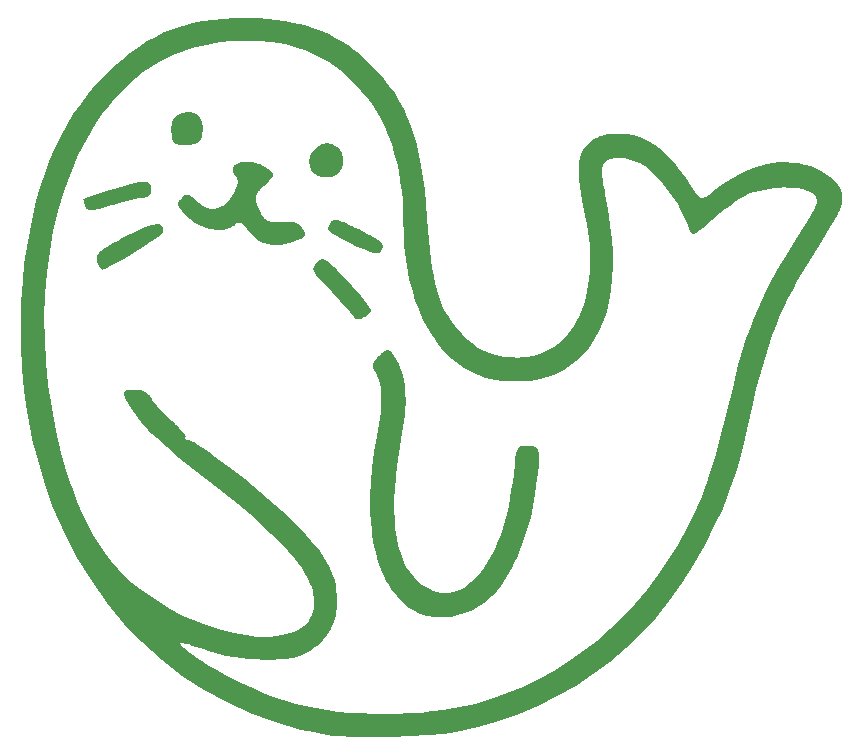
<source format=gbr>
%TF.GenerationSoftware,KiCad,Pcbnew,9.0.6*%
%TF.CreationDate,2025-12-18T11:45:50-05:00*%
%TF.ProjectId,seal_project,7365616c-5f70-4726-9f6a-6563742e6b69,rev?*%
%TF.SameCoordinates,Original*%
%TF.FileFunction,Legend,Top*%
%TF.FilePolarity,Positive*%
%FSLAX46Y46*%
G04 Gerber Fmt 4.6, Leading zero omitted, Abs format (unit mm)*
G04 Created by KiCad (PCBNEW 9.0.6) date 2025-12-18 11:45:50*
%MOMM*%
%LPD*%
G01*
G04 APERTURE LIST*
%ADD10C,0.000000*%
G04 APERTURE END LIST*
D10*
G36*
X143229172Y-72416465D02*
G01*
X143350128Y-72429583D01*
X143472044Y-72453578D01*
X143594511Y-72488868D01*
X143717119Y-72535868D01*
X143839460Y-72594996D01*
X143908101Y-72635179D01*
X143973186Y-72680178D01*
X144034682Y-72729719D01*
X144092555Y-72783524D01*
X144146775Y-72841316D01*
X144197307Y-72902819D01*
X144244120Y-72967755D01*
X144287180Y-73035849D01*
X144326457Y-73106824D01*
X144361915Y-73180403D01*
X144393525Y-73256309D01*
X144421252Y-73334265D01*
X144445064Y-73413996D01*
X144464929Y-73495223D01*
X144480814Y-73577671D01*
X144492686Y-73661063D01*
X144500514Y-73745123D01*
X144504264Y-73829572D01*
X144503904Y-73914136D01*
X144499401Y-73998536D01*
X144490723Y-74082497D01*
X144477837Y-74165742D01*
X144460711Y-74247994D01*
X144439312Y-74328976D01*
X144413607Y-74408412D01*
X144383565Y-74486025D01*
X144349152Y-74561538D01*
X144310336Y-74634675D01*
X144267085Y-74705159D01*
X144219365Y-74772713D01*
X144167145Y-74837061D01*
X144110391Y-74897925D01*
X144050260Y-74953963D01*
X143986567Y-75005585D01*
X143919594Y-75052821D01*
X143849624Y-75095702D01*
X143776939Y-75134258D01*
X143701823Y-75168519D01*
X143624556Y-75198517D01*
X143545423Y-75224280D01*
X143464705Y-75245841D01*
X143382684Y-75263228D01*
X143299644Y-75276473D01*
X143215868Y-75285606D01*
X143131636Y-75290657D01*
X143047232Y-75291656D01*
X142962939Y-75288635D01*
X142879038Y-75281623D01*
X142795813Y-75270651D01*
X142713546Y-75255750D01*
X142632519Y-75236949D01*
X142553016Y-75214279D01*
X142475317Y-75187770D01*
X142399707Y-75157453D01*
X142326467Y-75123359D01*
X142255880Y-75085517D01*
X142188228Y-75043959D01*
X142123794Y-74998713D01*
X142062861Y-74949812D01*
X142005711Y-74897285D01*
X141952626Y-74841162D01*
X141903889Y-74781475D01*
X141859782Y-74718252D01*
X141820589Y-74651526D01*
X141761030Y-74528446D01*
X141713474Y-74404994D01*
X141677512Y-74281586D01*
X141652735Y-74158639D01*
X141638734Y-74036571D01*
X141635100Y-73915796D01*
X141641424Y-73796734D01*
X141657297Y-73679799D01*
X141682309Y-73565408D01*
X141716053Y-73453978D01*
X141758118Y-73345927D01*
X141808096Y-73241670D01*
X141865578Y-73141623D01*
X141930154Y-73046205D01*
X142001417Y-72955831D01*
X142078956Y-72870918D01*
X142162362Y-72791883D01*
X142251228Y-72719142D01*
X142345143Y-72653112D01*
X142443699Y-72594209D01*
X142546487Y-72542851D01*
X142653097Y-72499454D01*
X142763121Y-72464435D01*
X142876149Y-72438209D01*
X142991773Y-72421195D01*
X143109583Y-72413808D01*
X143229172Y-72416465D01*
G37*
G36*
X131533494Y-69768755D02*
G01*
X131622802Y-69776719D01*
X131708925Y-69790260D01*
X131791763Y-69809301D01*
X131871219Y-69833770D01*
X131947194Y-69863590D01*
X132019589Y-69898687D01*
X132088307Y-69938987D01*
X132153249Y-69984413D01*
X132214317Y-70034892D01*
X132271412Y-70090349D01*
X132324436Y-70150709D01*
X132373292Y-70215896D01*
X132417880Y-70285837D01*
X132458102Y-70360456D01*
X132493860Y-70439679D01*
X132525055Y-70523430D01*
X132551590Y-70611635D01*
X132573366Y-70704219D01*
X132590285Y-70801108D01*
X132602248Y-70902226D01*
X132609157Y-71007498D01*
X132610914Y-71116850D01*
X132607420Y-71230208D01*
X132598577Y-71347495D01*
X132580781Y-71512237D01*
X132560364Y-71660211D01*
X132536374Y-71792408D01*
X132507858Y-71909820D01*
X132491605Y-71963292D01*
X132473864Y-72013438D01*
X132454515Y-72060384D01*
X132433439Y-72104254D01*
X132410518Y-72145170D01*
X132385631Y-72183258D01*
X132358661Y-72218641D01*
X132329488Y-72251443D01*
X132297993Y-72281787D01*
X132264056Y-72309799D01*
X132227560Y-72335601D01*
X132188384Y-72359318D01*
X132146410Y-72381074D01*
X132101518Y-72400992D01*
X132053590Y-72419197D01*
X132002507Y-72435812D01*
X131890398Y-72464769D01*
X131764238Y-72488855D01*
X131623074Y-72509060D01*
X131465955Y-72526377D01*
X131359964Y-72535383D01*
X131254483Y-72541673D01*
X131150163Y-72545320D01*
X131047655Y-72546397D01*
X130947612Y-72544977D01*
X130850683Y-72541132D01*
X130757520Y-72534934D01*
X130668774Y-72526457D01*
X130585096Y-72515772D01*
X130507137Y-72502952D01*
X130435549Y-72488070D01*
X130370983Y-72471198D01*
X130314089Y-72452409D01*
X130265519Y-72431775D01*
X130225924Y-72409369D01*
X130195955Y-72385264D01*
X130183559Y-72371599D01*
X130171321Y-72355595D01*
X130147377Y-72316879D01*
X130124248Y-72269737D01*
X130102058Y-72214792D01*
X130080931Y-72152663D01*
X130060990Y-72083974D01*
X130042360Y-72009345D01*
X130025164Y-71929399D01*
X130009527Y-71844756D01*
X129995573Y-71756038D01*
X129983425Y-71663867D01*
X129973208Y-71568865D01*
X129965046Y-71471652D01*
X129959062Y-71372851D01*
X129955381Y-71273082D01*
X129954126Y-71172969D01*
X129956685Y-71046509D01*
X129964473Y-70927712D01*
X129977658Y-70816303D01*
X129996407Y-70712005D01*
X130020885Y-70614543D01*
X130051262Y-70523641D01*
X130087702Y-70439023D01*
X130130374Y-70360414D01*
X130154100Y-70323277D01*
X130179445Y-70287538D01*
X130206432Y-70253164D01*
X130235081Y-70220119D01*
X130297450Y-70157882D01*
X130366718Y-70100550D01*
X130443053Y-70047847D01*
X130526621Y-69999500D01*
X130617590Y-69955230D01*
X130716127Y-69914763D01*
X130827384Y-69875424D01*
X130936242Y-69842260D01*
X131042602Y-69815195D01*
X131146366Y-69794156D01*
X131247435Y-69779067D01*
X131345712Y-69769854D01*
X131441098Y-69766441D01*
X131533494Y-69768755D01*
G37*
G36*
X136434929Y-73949463D02*
G01*
X136575245Y-73959118D01*
X136718448Y-73976126D01*
X136863846Y-74000659D01*
X137010749Y-74032887D01*
X137158465Y-74072982D01*
X137306304Y-74121115D01*
X137453574Y-74177456D01*
X137599585Y-74242176D01*
X137743644Y-74315448D01*
X137885061Y-74397440D01*
X138023145Y-74488326D01*
X138158308Y-74583340D01*
X138275308Y-74667690D01*
X138374008Y-74743336D01*
X138416452Y-74778508D01*
X138454270Y-74812239D01*
X138487444Y-74844775D01*
X138515957Y-74876360D01*
X138539792Y-74907240D01*
X138558931Y-74937660D01*
X138573357Y-74967864D01*
X138583054Y-74998099D01*
X138588004Y-75028608D01*
X138588189Y-75059637D01*
X138583593Y-75091432D01*
X138574198Y-75124236D01*
X138559987Y-75158296D01*
X138540943Y-75193857D01*
X138517049Y-75231163D01*
X138488288Y-75270459D01*
X138454641Y-75311991D01*
X138416093Y-75356004D01*
X138324221Y-75452452D01*
X138212535Y-75561764D01*
X137929170Y-75826823D01*
X137756998Y-75988870D01*
X137606148Y-76137445D01*
X137476133Y-76274982D01*
X137418784Y-76340374D01*
X137366461Y-76403919D01*
X137319101Y-76465924D01*
X137276645Y-76526692D01*
X137239029Y-76586528D01*
X137206194Y-76645736D01*
X137178078Y-76704621D01*
X137154620Y-76763488D01*
X137135758Y-76822640D01*
X137121433Y-76882383D01*
X137111582Y-76943021D01*
X137106144Y-77004859D01*
X137105058Y-77068200D01*
X137108264Y-77133350D01*
X137115699Y-77200613D01*
X137127303Y-77270294D01*
X137143015Y-77342697D01*
X137162773Y-77418126D01*
X137186516Y-77496887D01*
X137214184Y-77579283D01*
X137281046Y-77756200D01*
X137362871Y-77951313D01*
X137459169Y-78167060D01*
X137532711Y-78321099D01*
X137569426Y-78391750D01*
X137606455Y-78458285D01*
X137644058Y-78520801D01*
X137682500Y-78579393D01*
X137722042Y-78634159D01*
X137762946Y-78685196D01*
X137805476Y-78732599D01*
X137849894Y-78776467D01*
X137896461Y-78816894D01*
X137945442Y-78853979D01*
X137997097Y-78887818D01*
X138051691Y-78918507D01*
X138109484Y-78946143D01*
X138170740Y-78970824D01*
X138235721Y-78992644D01*
X138304689Y-79011702D01*
X138377907Y-79028094D01*
X138455638Y-79041916D01*
X138538144Y-79053266D01*
X138625688Y-79062239D01*
X138718531Y-79068934D01*
X138816936Y-79073445D01*
X138921167Y-79075871D01*
X139031485Y-79076307D01*
X139271432Y-79071598D01*
X139538878Y-79060092D01*
X139835924Y-79042563D01*
X139946055Y-79038177D01*
X140052244Y-79039555D01*
X140154446Y-79046677D01*
X140252621Y-79059521D01*
X140346724Y-79078068D01*
X140436714Y-79102297D01*
X140522548Y-79132188D01*
X140604184Y-79167720D01*
X140681579Y-79208872D01*
X140754690Y-79255624D01*
X140823475Y-79307955D01*
X140887892Y-79365846D01*
X140947897Y-79429274D01*
X141003449Y-79498221D01*
X141054505Y-79572666D01*
X141101022Y-79652587D01*
X141154337Y-79756235D01*
X141197561Y-79850466D01*
X141215196Y-79894335D01*
X141230077Y-79936192D01*
X141242127Y-79976151D01*
X141251268Y-80014325D01*
X141257423Y-80050828D01*
X141260516Y-80085776D01*
X141260468Y-80119281D01*
X141257203Y-80151457D01*
X141250643Y-80182420D01*
X141240712Y-80212281D01*
X141227331Y-80241157D01*
X141210424Y-80269160D01*
X141189914Y-80296404D01*
X141165724Y-80323004D01*
X141137776Y-80349073D01*
X141105992Y-80374727D01*
X141070297Y-80400077D01*
X141030612Y-80425239D01*
X140986861Y-80450327D01*
X140938966Y-80475454D01*
X140886850Y-80500734D01*
X140830436Y-80526282D01*
X140704404Y-80578636D01*
X140560254Y-80633428D01*
X140397367Y-80691569D01*
X140191555Y-80760850D01*
X139994858Y-80821862D01*
X139806463Y-80874648D01*
X139625559Y-80919251D01*
X139451334Y-80955713D01*
X139282976Y-80984079D01*
X139119674Y-81004390D01*
X138960614Y-81016690D01*
X138804986Y-81021021D01*
X138651978Y-81017426D01*
X138500777Y-81005949D01*
X138350572Y-80986632D01*
X138200550Y-80959518D01*
X138049901Y-80924650D01*
X137897812Y-80882071D01*
X137743471Y-80831824D01*
X137743459Y-80831824D01*
X137687809Y-80809238D01*
X137626064Y-80778220D01*
X137558870Y-80739316D01*
X137486874Y-80693072D01*
X137410721Y-80640037D01*
X137331056Y-80580757D01*
X137248528Y-80515780D01*
X137163780Y-80445652D01*
X137077459Y-80370920D01*
X136990212Y-80292131D01*
X136902683Y-80209833D01*
X136815520Y-80124573D01*
X136729368Y-80036897D01*
X136644873Y-79947352D01*
X136562681Y-79856486D01*
X136483438Y-79764846D01*
X136375896Y-79639794D01*
X136275938Y-79528673D01*
X136182925Y-79431226D01*
X136096218Y-79347191D01*
X136015177Y-79276310D01*
X135976582Y-79245721D01*
X135939165Y-79218323D01*
X135902844Y-79194085D01*
X135867542Y-79172972D01*
X135833176Y-79154954D01*
X135799669Y-79139997D01*
X135766939Y-79128069D01*
X135734908Y-79119138D01*
X135703494Y-79113172D01*
X135672619Y-79110137D01*
X135642202Y-79110002D01*
X135612164Y-79112734D01*
X135582425Y-79118300D01*
X135552905Y-79126669D01*
X135523523Y-79137808D01*
X135494201Y-79151684D01*
X135464858Y-79168266D01*
X135435415Y-79187520D01*
X135405791Y-79209414D01*
X135375907Y-79233916D01*
X135315038Y-79290614D01*
X135225344Y-79371977D01*
X135127921Y-79444792D01*
X135023237Y-79509171D01*
X134911756Y-79565230D01*
X134793944Y-79613080D01*
X134670267Y-79652837D01*
X134541190Y-79684614D01*
X134407179Y-79708524D01*
X134268700Y-79724680D01*
X134126218Y-79733198D01*
X133980199Y-79734190D01*
X133831108Y-79727771D01*
X133679411Y-79714053D01*
X133525574Y-79693150D01*
X133370063Y-79665177D01*
X133213342Y-79630246D01*
X132898136Y-79539968D01*
X132583682Y-79423225D01*
X132273703Y-79280927D01*
X132121557Y-79200479D01*
X131971926Y-79113983D01*
X131825278Y-79021553D01*
X131682076Y-78923302D01*
X131542787Y-78819345D01*
X131407876Y-78709795D01*
X131277810Y-78594765D01*
X131153053Y-78474370D01*
X131034071Y-78348722D01*
X130921331Y-78217936D01*
X130832434Y-78107791D01*
X130754935Y-78007157D01*
X130688742Y-77914997D01*
X130633765Y-77830276D01*
X130610453Y-77790382D01*
X130589912Y-77751958D01*
X130572128Y-77714876D01*
X130557092Y-77679006D01*
X130544791Y-77644219D01*
X130535214Y-77610385D01*
X130528350Y-77577375D01*
X130524187Y-77545059D01*
X130522714Y-77513307D01*
X130523920Y-77481991D01*
X130527793Y-77450980D01*
X130534322Y-77420145D01*
X130543495Y-77389358D01*
X130555301Y-77358487D01*
X130569729Y-77327404D01*
X130586767Y-77295979D01*
X130606403Y-77264083D01*
X130628628Y-77231586D01*
X130680793Y-77164271D01*
X130743171Y-77092999D01*
X130815671Y-77016734D01*
X130891117Y-76942442D01*
X130927025Y-76909436D01*
X130961917Y-76879231D01*
X130995937Y-76851858D01*
X131029232Y-76827350D01*
X131061945Y-76805738D01*
X131094222Y-76787054D01*
X131126209Y-76771328D01*
X131158050Y-76758592D01*
X131189890Y-76748878D01*
X131221874Y-76742217D01*
X131254149Y-76738641D01*
X131286857Y-76738180D01*
X131320146Y-76740868D01*
X131354159Y-76746734D01*
X131389042Y-76755811D01*
X131424940Y-76768131D01*
X131461998Y-76783723D01*
X131500362Y-76802621D01*
X131540176Y-76824855D01*
X131581585Y-76850456D01*
X131624734Y-76879458D01*
X131669769Y-76911890D01*
X131716835Y-76947784D01*
X131766077Y-76987172D01*
X131871668Y-77076555D01*
X131987703Y-77180292D01*
X132115343Y-77298632D01*
X132218405Y-77391790D01*
X132321503Y-77477693D01*
X132424575Y-77556353D01*
X132527564Y-77627782D01*
X132630410Y-77691990D01*
X132733053Y-77748988D01*
X132835435Y-77798788D01*
X132937497Y-77841400D01*
X133039180Y-77876834D01*
X133140423Y-77905104D01*
X133241169Y-77926218D01*
X133341358Y-77940189D01*
X133440931Y-77947027D01*
X133539828Y-77946744D01*
X133637991Y-77939349D01*
X133735360Y-77924855D01*
X133831877Y-77903273D01*
X133927481Y-77874613D01*
X134022115Y-77838886D01*
X134115719Y-77796103D01*
X134208233Y-77746276D01*
X134299599Y-77689415D01*
X134389757Y-77625532D01*
X134478648Y-77554637D01*
X134566214Y-77476741D01*
X134652394Y-77391856D01*
X134737131Y-77299992D01*
X134820363Y-77201161D01*
X134902034Y-77095373D01*
X134982083Y-76982640D01*
X135060451Y-76862972D01*
X135137079Y-76736380D01*
X135227096Y-76578782D01*
X135306524Y-76432887D01*
X135375493Y-76297842D01*
X135434132Y-76172798D01*
X135482569Y-76056904D01*
X135520935Y-75949308D01*
X135549359Y-75849159D01*
X135567969Y-75755607D01*
X135576895Y-75667801D01*
X135576266Y-75584889D01*
X135572409Y-75545003D01*
X135566211Y-75506021D01*
X135546860Y-75430345D01*
X135518342Y-75357011D01*
X135480786Y-75285168D01*
X135434320Y-75213965D01*
X135379076Y-75142550D01*
X135299125Y-75037281D01*
X135236575Y-74935774D01*
X135190733Y-74838200D01*
X135160909Y-74744732D01*
X135146412Y-74655539D01*
X135146550Y-74570792D01*
X135160633Y-74490663D01*
X135187968Y-74415323D01*
X135227866Y-74344942D01*
X135279635Y-74279691D01*
X135342584Y-74219743D01*
X135416022Y-74165267D01*
X135499257Y-74116434D01*
X135591599Y-74073416D01*
X135692357Y-74036384D01*
X135800839Y-74005508D01*
X135916355Y-73980960D01*
X136038213Y-73962910D01*
X136165722Y-73951530D01*
X136298191Y-73946991D01*
X136434929Y-73949463D01*
G37*
G36*
X143872168Y-78897418D02*
G01*
X143925461Y-78902343D01*
X143982427Y-78910636D01*
X144043232Y-78922337D01*
X144108040Y-78937489D01*
X144177018Y-78956133D01*
X144250331Y-78978311D01*
X144328144Y-79004064D01*
X144410622Y-79033436D01*
X144497931Y-79066466D01*
X144590237Y-79103198D01*
X144790497Y-79187931D01*
X145012726Y-79287971D01*
X145258247Y-79403650D01*
X145528383Y-79535303D01*
X145824457Y-79683265D01*
X146524183Y-80042311D01*
X146810954Y-80195956D01*
X147058226Y-80335064D01*
X147267923Y-80461673D01*
X147441965Y-80577821D01*
X147582275Y-80685544D01*
X147690775Y-80786881D01*
X147733697Y-80835791D01*
X147769387Y-80883868D01*
X147798086Y-80931366D01*
X147820034Y-80978542D01*
X147835471Y-81025649D01*
X147844637Y-81072941D01*
X147847773Y-81120674D01*
X147845119Y-81169103D01*
X147836915Y-81218481D01*
X147823401Y-81269064D01*
X147781406Y-81374861D01*
X147721056Y-81488533D01*
X147644273Y-81612117D01*
X147626495Y-81635471D01*
X147605424Y-81656071D01*
X147581029Y-81673907D01*
X147553276Y-81688969D01*
X147522132Y-81701250D01*
X147487564Y-81710738D01*
X147449539Y-81717426D01*
X147408024Y-81721303D01*
X147362987Y-81722361D01*
X147314393Y-81720590D01*
X147262210Y-81715980D01*
X147206405Y-81708524D01*
X147146944Y-81698210D01*
X147083796Y-81685030D01*
X147016926Y-81668976D01*
X146946302Y-81650036D01*
X146793660Y-81603466D01*
X146625604Y-81545246D01*
X146441870Y-81475302D01*
X146242195Y-81393560D01*
X146026314Y-81299945D01*
X145793962Y-81194383D01*
X145544876Y-81076799D01*
X145278791Y-80947120D01*
X145278791Y-80947127D01*
X144541619Y-80579987D01*
X144243748Y-80427297D01*
X143989718Y-80291814D01*
X143777049Y-80171005D01*
X143603265Y-80062335D01*
X143465887Y-79963269D01*
X143362439Y-79871274D01*
X143322664Y-79827135D01*
X143290442Y-79783814D01*
X143265464Y-79740994D01*
X143247419Y-79698356D01*
X143235998Y-79655586D01*
X143230892Y-79612366D01*
X143231790Y-79568379D01*
X143238383Y-79523309D01*
X143267414Y-79428650D01*
X143315508Y-79325856D01*
X143380188Y-79212391D01*
X143458974Y-79085723D01*
X143481087Y-79053504D01*
X143504888Y-79024151D01*
X143530543Y-78997705D01*
X143558218Y-78974208D01*
X143588078Y-78953702D01*
X143620288Y-78936229D01*
X143655014Y-78921831D01*
X143692421Y-78910549D01*
X143732675Y-78902424D01*
X143775940Y-78897500D01*
X143822383Y-78895817D01*
X143872168Y-78897418D01*
G37*
G36*
X148310031Y-89918692D02*
G01*
X148354351Y-89928716D01*
X148398127Y-89944619D01*
X148441512Y-89966427D01*
X148484661Y-89994163D01*
X148527727Y-90027852D01*
X148570865Y-90067518D01*
X148614228Y-90113186D01*
X148657971Y-90164881D01*
X148702247Y-90222626D01*
X148747210Y-90286447D01*
X148793015Y-90356368D01*
X148839815Y-90432413D01*
X148937017Y-90602973D01*
X149040048Y-90798323D01*
X149193826Y-91119101D01*
X149329821Y-91446615D01*
X149448113Y-91782304D01*
X149548781Y-92127610D01*
X149631904Y-92483972D01*
X149697562Y-92852831D01*
X149745834Y-93235627D01*
X149776798Y-93633801D01*
X149790535Y-94048793D01*
X149787122Y-94482043D01*
X149766641Y-94934992D01*
X149729168Y-95409080D01*
X149674785Y-95905748D01*
X149603569Y-96426435D01*
X149515601Y-96972582D01*
X149410959Y-97545630D01*
X149215974Y-98638666D01*
X149059442Y-99690325D01*
X148941243Y-100699618D01*
X148861259Y-101665552D01*
X148819373Y-102587139D01*
X148815466Y-103463387D01*
X148849420Y-104293307D01*
X148921117Y-105075907D01*
X149030439Y-105810199D01*
X149177267Y-106495190D01*
X149361483Y-107129891D01*
X149582969Y-107713312D01*
X149841607Y-108244461D01*
X150137278Y-108722349D01*
X150469866Y-109145986D01*
X150839250Y-109514380D01*
X151164818Y-109777742D01*
X151492091Y-109998473D01*
X151820429Y-110177296D01*
X152149194Y-110314931D01*
X152477745Y-110412100D01*
X152805444Y-110469526D01*
X153131652Y-110487930D01*
X153455728Y-110468034D01*
X153777035Y-110410559D01*
X154094932Y-110316227D01*
X154408781Y-110185761D01*
X154717942Y-110019882D01*
X155021776Y-109819311D01*
X155319643Y-109584770D01*
X155610905Y-109316981D01*
X155894922Y-109016666D01*
X156171055Y-108684547D01*
X156438665Y-108321345D01*
X156697112Y-107927782D01*
X156945757Y-107504580D01*
X157183960Y-107052460D01*
X157411084Y-106572145D01*
X157626488Y-106064355D01*
X157829533Y-105529814D01*
X158019579Y-104969242D01*
X158195989Y-104383361D01*
X158358121Y-103772894D01*
X158505338Y-103138561D01*
X158636999Y-102481085D01*
X158752466Y-101801187D01*
X158851100Y-101099589D01*
X158932260Y-100377013D01*
X159011180Y-99602083D01*
X159047427Y-99287298D01*
X159083773Y-99016544D01*
X159121899Y-98786507D01*
X159163483Y-98593870D01*
X159210206Y-98435316D01*
X159263750Y-98307531D01*
X159293604Y-98254140D01*
X159325793Y-98207198D01*
X159360526Y-98166290D01*
X159398015Y-98131001D01*
X159438469Y-98100918D01*
X159482098Y-98075625D01*
X159529112Y-98054708D01*
X159579722Y-98037752D01*
X159692566Y-98014068D01*
X159822310Y-98001257D01*
X160139223Y-97994986D01*
X160241541Y-97996098D01*
X160337668Y-97999810D01*
X160427689Y-98006685D01*
X160511692Y-98017289D01*
X160589763Y-98032183D01*
X160661988Y-98051934D01*
X160728454Y-98077104D01*
X160789246Y-98108257D01*
X160844453Y-98145958D01*
X160894159Y-98190771D01*
X160938452Y-98243259D01*
X160977418Y-98303986D01*
X161011143Y-98373517D01*
X161039714Y-98452414D01*
X161063218Y-98541243D01*
X161081740Y-98640568D01*
X161095367Y-98750951D01*
X161104187Y-98872957D01*
X161108284Y-99007151D01*
X161107746Y-99154095D01*
X161102660Y-99314354D01*
X161093110Y-99488493D01*
X161079185Y-99677074D01*
X161060970Y-99880662D01*
X161038552Y-100099821D01*
X161012018Y-100335114D01*
X160946945Y-100856361D01*
X160866443Y-101448914D01*
X160771204Y-102117286D01*
X160689301Y-102636182D01*
X160594293Y-103151788D01*
X160486451Y-103663360D01*
X160366045Y-104170153D01*
X160233348Y-104671424D01*
X160088629Y-105166429D01*
X159932161Y-105654425D01*
X159764214Y-106134668D01*
X159585060Y-106606414D01*
X159394969Y-107068919D01*
X159194213Y-107521440D01*
X158983064Y-107963232D01*
X158761791Y-108393552D01*
X158530667Y-108811657D01*
X158289963Y-109216802D01*
X158039949Y-109608245D01*
X157869402Y-109853361D01*
X157689073Y-110088957D01*
X157499502Y-110314867D01*
X157301231Y-110530930D01*
X157094800Y-110736980D01*
X156880750Y-110932853D01*
X156659622Y-111118387D01*
X156431958Y-111293418D01*
X156198298Y-111457781D01*
X155959182Y-111611313D01*
X155715153Y-111753850D01*
X155466751Y-111885228D01*
X155214517Y-112005284D01*
X154958991Y-112113853D01*
X154700715Y-112210773D01*
X154440230Y-112295878D01*
X154178077Y-112369006D01*
X153914797Y-112429993D01*
X153650930Y-112478674D01*
X153387017Y-112514887D01*
X153123600Y-112538467D01*
X152861220Y-112549251D01*
X152600416Y-112547074D01*
X152341732Y-112531773D01*
X152085706Y-112503185D01*
X151832881Y-112461145D01*
X151583797Y-112405489D01*
X151338995Y-112336055D01*
X151099016Y-112252677D01*
X150864401Y-112155193D01*
X150635691Y-112043439D01*
X150413427Y-111917250D01*
X150413419Y-111917250D01*
X150109871Y-111718333D01*
X149819214Y-111499812D01*
X149541508Y-111261966D01*
X149276810Y-111005076D01*
X149025177Y-110729421D01*
X148786669Y-110435283D01*
X148561341Y-110122940D01*
X148349252Y-109792673D01*
X148150461Y-109444762D01*
X147965024Y-109079487D01*
X147792999Y-108697129D01*
X147634445Y-108297966D01*
X147489418Y-107882280D01*
X147357977Y-107450350D01*
X147240180Y-107002457D01*
X147136084Y-106538880D01*
X147045747Y-106059900D01*
X146969227Y-105565796D01*
X146906581Y-105056849D01*
X146857868Y-104533339D01*
X146802470Y-103443749D01*
X146803494Y-102299267D01*
X146861404Y-101102134D01*
X146976660Y-99854590D01*
X147149726Y-98558875D01*
X147381063Y-97217231D01*
X147478049Y-96684200D01*
X147560176Y-96177595D01*
X147627428Y-95697020D01*
X147679787Y-95242081D01*
X147717237Y-94812383D01*
X147739760Y-94407530D01*
X147747340Y-94027128D01*
X147739958Y-93670781D01*
X147717599Y-93338096D01*
X147680246Y-93028677D01*
X147627880Y-92742130D01*
X147560486Y-92478059D01*
X147478045Y-92236069D01*
X147380542Y-92015766D01*
X147267959Y-91816755D01*
X147140279Y-91638640D01*
X147118168Y-91609989D01*
X147097946Y-91581230D01*
X147079621Y-91552337D01*
X147063199Y-91523283D01*
X147048687Y-91494043D01*
X147036089Y-91464589D01*
X147025413Y-91434897D01*
X147016664Y-91404939D01*
X147009850Y-91374689D01*
X147004976Y-91344121D01*
X147002048Y-91313208D01*
X147001073Y-91281925D01*
X147002056Y-91250245D01*
X147005005Y-91218142D01*
X147009925Y-91185589D01*
X147016822Y-91152561D01*
X147025704Y-91119031D01*
X147036575Y-91084972D01*
X147049442Y-91050359D01*
X147064312Y-91015165D01*
X147081191Y-90979364D01*
X147100085Y-90942929D01*
X147120999Y-90905835D01*
X147143941Y-90868055D01*
X147168917Y-90829563D01*
X147195932Y-90790333D01*
X147256107Y-90709551D01*
X147324516Y-90625500D01*
X147401208Y-90537970D01*
X147546147Y-90382014D01*
X147679669Y-90248108D01*
X147742534Y-90189485D01*
X147803006Y-90136448D01*
X147861240Y-90089022D01*
X147917390Y-90047230D01*
X147971609Y-90011098D01*
X148024052Y-89980650D01*
X148074873Y-89955910D01*
X148124225Y-89936903D01*
X148172263Y-89923653D01*
X148219141Y-89916185D01*
X148265012Y-89914523D01*
X148310031Y-89918692D01*
G37*
G36*
X128871211Y-79249884D02*
G01*
X128935289Y-79261577D01*
X128993264Y-79279284D01*
X129045305Y-79302988D01*
X129091584Y-79332669D01*
X129132269Y-79368308D01*
X129167531Y-79409887D01*
X129197539Y-79457388D01*
X129222465Y-79510792D01*
X129242478Y-79570080D01*
X129268443Y-79706235D01*
X129276796Y-79865702D01*
X129263549Y-79906955D01*
X129224861Y-79961877D01*
X129077494Y-80108804D01*
X128847345Y-80298623D01*
X128547070Y-80523475D01*
X128189322Y-80775502D01*
X127786752Y-81046845D01*
X126897766Y-81616041D01*
X125981336Y-82168192D01*
X125138689Y-82640427D01*
X124776668Y-82826929D01*
X124471051Y-82969874D01*
X124234494Y-83061405D01*
X124146066Y-83085433D01*
X124079649Y-83093661D01*
X124071738Y-83092957D01*
X124063393Y-83090867D01*
X124054636Y-83087426D01*
X124045489Y-83082669D01*
X124035976Y-83076630D01*
X124026120Y-83069343D01*
X124015942Y-83060843D01*
X124005467Y-83051165D01*
X123994717Y-83040343D01*
X123983714Y-83028411D01*
X123972481Y-83015405D01*
X123961042Y-83001358D01*
X123937633Y-82970281D01*
X123913672Y-82935457D01*
X123889338Y-82897162D01*
X123864816Y-82855672D01*
X123840287Y-82811263D01*
X123815934Y-82764211D01*
X123791939Y-82714793D01*
X123768485Y-82663284D01*
X123745754Y-82609960D01*
X123723928Y-82555098D01*
X123696722Y-82481145D01*
X123673265Y-82410113D01*
X123653871Y-82341711D01*
X123638853Y-82275650D01*
X123628525Y-82211638D01*
X123623201Y-82149384D01*
X123623193Y-82088597D01*
X123628816Y-82028987D01*
X123640383Y-81970263D01*
X123658207Y-81912135D01*
X123682603Y-81854310D01*
X123713882Y-81796499D01*
X123752360Y-81738410D01*
X123798349Y-81679753D01*
X123852163Y-81620238D01*
X123914115Y-81559572D01*
X123984520Y-81497466D01*
X124063690Y-81433628D01*
X124151939Y-81367768D01*
X124249581Y-81299595D01*
X124356928Y-81228818D01*
X124474295Y-81155146D01*
X124601996Y-81078289D01*
X124740343Y-80997956D01*
X125050230Y-80825697D01*
X125406466Y-80636042D01*
X125811558Y-80426667D01*
X126268014Y-80195243D01*
X126683361Y-79989369D01*
X127062054Y-79808895D01*
X127405454Y-79653670D01*
X127714921Y-79523546D01*
X127991815Y-79418374D01*
X128237496Y-79338004D01*
X128453324Y-79282289D01*
X128640658Y-79251078D01*
X128800860Y-79244224D01*
X128871211Y-79249884D01*
G37*
G36*
X137385679Y-61835551D02*
G01*
X138133236Y-61885375D01*
X138854487Y-61958915D01*
X139550610Y-62056660D01*
X140222783Y-62179097D01*
X140872187Y-62326714D01*
X141500000Y-62500000D01*
X142107401Y-62699441D01*
X142695568Y-62925526D01*
X143265680Y-63178743D01*
X143818917Y-63459579D01*
X144356458Y-63768522D01*
X144879480Y-64106060D01*
X145389164Y-64472682D01*
X145886687Y-64868874D01*
X146373229Y-65295124D01*
X146849969Y-65751921D01*
X147414089Y-66340783D01*
X147934888Y-66937725D01*
X148414042Y-67547297D01*
X148853228Y-68174048D01*
X149254120Y-68822528D01*
X149618394Y-69497285D01*
X149947727Y-70202870D01*
X150243793Y-70943831D01*
X150508268Y-71724718D01*
X150742829Y-72550080D01*
X150949150Y-73424467D01*
X151128907Y-74352427D01*
X151283776Y-75338511D01*
X151415433Y-76387268D01*
X151525553Y-77503247D01*
X151615812Y-78690997D01*
X151764987Y-80599700D01*
X151851413Y-81449602D01*
X151947323Y-82235595D01*
X152053910Y-82961973D01*
X152172368Y-83633031D01*
X152303893Y-84253062D01*
X152449677Y-84826360D01*
X152610915Y-85357219D01*
X152788800Y-85849933D01*
X152984526Y-86308794D01*
X153199288Y-86738098D01*
X153434280Y-87142138D01*
X153690694Y-87525208D01*
X153969726Y-87891601D01*
X154272569Y-88245612D01*
X154551711Y-88544272D01*
X154829677Y-88819740D01*
X155107640Y-89072558D01*
X155386774Y-89303267D01*
X155668251Y-89512408D01*
X155953245Y-89700524D01*
X156242929Y-89868154D01*
X156538477Y-90015841D01*
X156841061Y-90144125D01*
X157151855Y-90253549D01*
X157472032Y-90344653D01*
X157802766Y-90417979D01*
X158145230Y-90474067D01*
X158500596Y-90513461D01*
X158870039Y-90536700D01*
X159254732Y-90544326D01*
X159692494Y-90529501D01*
X160116527Y-90485429D01*
X160526539Y-90412717D01*
X160922239Y-90311969D01*
X161303337Y-90183792D01*
X161669540Y-90028791D01*
X162020558Y-89847570D01*
X162356101Y-89640737D01*
X162675877Y-89408897D01*
X162979595Y-89152654D01*
X163266965Y-88872616D01*
X163537695Y-88569386D01*
X163791494Y-88243571D01*
X164028071Y-87895777D01*
X164247136Y-87526608D01*
X164448397Y-87136671D01*
X164631564Y-86726571D01*
X164796345Y-86296913D01*
X164942449Y-85848304D01*
X165069586Y-85381348D01*
X165177464Y-84896651D01*
X165265793Y-84394820D01*
X165334281Y-83876458D01*
X165382638Y-83342173D01*
X165410573Y-82792569D01*
X165417794Y-82228252D01*
X165404010Y-81649828D01*
X165368932Y-81057902D01*
X165312267Y-80453079D01*
X165233724Y-79835966D01*
X165133013Y-79207168D01*
X165009843Y-78567290D01*
X164738116Y-77184831D01*
X164634383Y-76581881D01*
X164552311Y-76033002D01*
X164492081Y-75534608D01*
X164453874Y-75083113D01*
X164437871Y-74674931D01*
X164444252Y-74306475D01*
X164473197Y-73974160D01*
X164524889Y-73674400D01*
X164599507Y-73403607D01*
X164697233Y-73158196D01*
X164818247Y-72934581D01*
X164962729Y-72729176D01*
X165130861Y-72538394D01*
X165322824Y-72358649D01*
X165448499Y-72254835D01*
X165574588Y-72159536D01*
X165701900Y-72072501D01*
X165831241Y-71993479D01*
X165963421Y-71922220D01*
X166099248Y-71858474D01*
X166239530Y-71801988D01*
X166385074Y-71752513D01*
X166536690Y-71709797D01*
X166695185Y-71673591D01*
X166861369Y-71643642D01*
X167036047Y-71619702D01*
X167220030Y-71601517D01*
X167414126Y-71588839D01*
X167619141Y-71581416D01*
X167835886Y-71578997D01*
X168237666Y-71593629D01*
X168632776Y-71637560D01*
X169021294Y-71710840D01*
X169403297Y-71813522D01*
X169778863Y-71945658D01*
X170148069Y-72107299D01*
X170510994Y-72298497D01*
X170867714Y-72519303D01*
X171218308Y-72769770D01*
X171562853Y-73049949D01*
X171901427Y-73359892D01*
X172234106Y-73699651D01*
X172560970Y-74069276D01*
X172882095Y-74468821D01*
X173197559Y-74898337D01*
X173507440Y-75357875D01*
X173930206Y-76006365D01*
X174105248Y-76265486D01*
X174260581Y-76483388D01*
X174399594Y-76661720D01*
X174464040Y-76736563D01*
X174525676Y-76802131D01*
X174584927Y-76858630D01*
X174642215Y-76906268D01*
X174697965Y-76945249D01*
X174752600Y-76975780D01*
X174806544Y-76998067D01*
X174860220Y-77012316D01*
X174914051Y-77018733D01*
X174968462Y-77017524D01*
X175023876Y-77008895D01*
X175080717Y-76993052D01*
X175139408Y-76970202D01*
X175200372Y-76940550D01*
X175330816Y-76861664D01*
X175475439Y-76758044D01*
X175820772Y-76483195D01*
X176377240Y-76052711D01*
X176937335Y-75662607D01*
X177500038Y-75313106D01*
X178064331Y-75004431D01*
X178629195Y-74736803D01*
X179193613Y-74510446D01*
X179756566Y-74325583D01*
X180317035Y-74182435D01*
X180874004Y-74081227D01*
X181426452Y-74022179D01*
X181973363Y-74005516D01*
X182513718Y-74031459D01*
X183046498Y-74100232D01*
X183570686Y-74212057D01*
X184085264Y-74367156D01*
X184589212Y-74565753D01*
X184924047Y-74723186D01*
X185230567Y-74886807D01*
X185373236Y-74970984D01*
X185508861Y-75056764D01*
X185637450Y-75144164D01*
X185759017Y-75233203D01*
X185873571Y-75323899D01*
X185981123Y-75416272D01*
X186081686Y-75510339D01*
X186175270Y-75606119D01*
X186261885Y-75703630D01*
X186341544Y-75802891D01*
X186414257Y-75903921D01*
X186480035Y-76006737D01*
X186538890Y-76111357D01*
X186590832Y-76217802D01*
X186635872Y-76326088D01*
X186674022Y-76436235D01*
X186705293Y-76548260D01*
X186729695Y-76662183D01*
X186747240Y-76778022D01*
X186757939Y-76895794D01*
X186761803Y-77015519D01*
X186758843Y-77137215D01*
X186749069Y-77260901D01*
X186732494Y-77386594D01*
X186709129Y-77514314D01*
X186678983Y-77644079D01*
X186642069Y-77775906D01*
X186598398Y-77909816D01*
X186553489Y-78024322D01*
X186488954Y-78167424D01*
X186305906Y-78531024D01*
X186059048Y-78983844D01*
X185758174Y-79509110D01*
X185413081Y-80090050D01*
X185033561Y-80709891D01*
X184629409Y-81351861D01*
X184210420Y-81999186D01*
X183763522Y-82696466D01*
X183338429Y-83394476D01*
X182934282Y-84095351D01*
X182550219Y-84801227D01*
X182185378Y-85514238D01*
X181838900Y-86236520D01*
X181509923Y-86970208D01*
X181197587Y-87717437D01*
X180901029Y-88480343D01*
X180619389Y-89261061D01*
X180351807Y-90061726D01*
X180097421Y-90884474D01*
X179855370Y-91731439D01*
X179624794Y-92604758D01*
X179404831Y-93506564D01*
X179194620Y-94438994D01*
X178797062Y-96230951D01*
X178433477Y-97766834D01*
X178087008Y-99100834D01*
X177740796Y-100287141D01*
X177377982Y-101379944D01*
X176981708Y-102433434D01*
X176535117Y-103501801D01*
X176021348Y-104639235D01*
X175153298Y-106386514D01*
X174211207Y-108052809D01*
X173196518Y-109636967D01*
X172110669Y-111137836D01*
X170955101Y-112554261D01*
X169731254Y-113885089D01*
X168440569Y-115129166D01*
X167084487Y-116285339D01*
X165664446Y-117352455D01*
X164181888Y-118329360D01*
X162638253Y-119214900D01*
X161034981Y-120007923D01*
X159373512Y-120707274D01*
X157655288Y-121311800D01*
X155881747Y-121820348D01*
X154054330Y-122231765D01*
X153581782Y-122311356D01*
X153021980Y-122383870D01*
X151691606Y-122506462D01*
X150165195Y-122597143D01*
X148544735Y-122653515D01*
X146932210Y-122673178D01*
X145429609Y-122653735D01*
X144138917Y-122592787D01*
X143604909Y-122546000D01*
X143162122Y-122487937D01*
X143162126Y-122487937D01*
X142030978Y-122282514D01*
X140917349Y-122036743D01*
X138744910Y-121426343D01*
X136649345Y-120661120D01*
X134635188Y-119745456D01*
X132706972Y-118683735D01*
X130869234Y-117480338D01*
X129126506Y-116139648D01*
X127483323Y-114666047D01*
X125944219Y-113063918D01*
X124513730Y-111337644D01*
X123196388Y-109491606D01*
X121996729Y-107530188D01*
X120919287Y-105457772D01*
X119968596Y-103278741D01*
X119149190Y-100997476D01*
X118465604Y-98618361D01*
X118262410Y-97770691D01*
X118076041Y-96901185D01*
X117754677Y-95108489D01*
X117503315Y-93263917D01*
X117323753Y-91391113D01*
X117217792Y-89513719D01*
X117187232Y-87655381D01*
X117201070Y-87116711D01*
X119209634Y-87116711D01*
X119230059Y-89022522D01*
X119336994Y-90944214D01*
X119531288Y-92873698D01*
X119813792Y-94802884D01*
X120185352Y-96723683D01*
X120646820Y-98628005D01*
X120977990Y-99807097D01*
X121323156Y-100918657D01*
X121684406Y-101965907D01*
X122063831Y-102952071D01*
X122463521Y-103880372D01*
X122885566Y-104754035D01*
X123332058Y-105576282D01*
X123805084Y-106350337D01*
X124306738Y-107079423D01*
X124839107Y-107766765D01*
X125404282Y-108415585D01*
X126004355Y-109029107D01*
X126641414Y-109610555D01*
X127317550Y-110163151D01*
X128034854Y-110690121D01*
X128795415Y-111194686D01*
X129872244Y-111831602D01*
X130961781Y-112393992D01*
X132054014Y-112881190D01*
X133138926Y-113292530D01*
X134206505Y-113627346D01*
X135246734Y-113884971D01*
X136249600Y-114064740D01*
X137205088Y-114165986D01*
X138103183Y-114188043D01*
X138933871Y-114130244D01*
X139687137Y-113991925D01*
X140031607Y-113892361D01*
X140352966Y-113772417D01*
X140649962Y-113632010D01*
X140921344Y-113471056D01*
X141165859Y-113289473D01*
X141382256Y-113087176D01*
X141569283Y-112864082D01*
X141725688Y-112620109D01*
X141850219Y-112355172D01*
X141941625Y-112069190D01*
X141993734Y-111823655D01*
X142027383Y-111574949D01*
X142042318Y-111322754D01*
X142038285Y-111066749D01*
X142015030Y-110806615D01*
X141972299Y-110542032D01*
X141909838Y-110272680D01*
X141827394Y-109998240D01*
X141724712Y-109718391D01*
X141601538Y-109432815D01*
X141457619Y-109141191D01*
X141292701Y-108843199D01*
X141106529Y-108538520D01*
X140898850Y-108226834D01*
X140669410Y-107907822D01*
X140417954Y-107581163D01*
X140144230Y-107246538D01*
X139847983Y-106903628D01*
X139186904Y-106191670D01*
X138432687Y-105442732D01*
X137583299Y-104654256D01*
X136636709Y-103823685D01*
X135590887Y-102948459D01*
X134443800Y-102026023D01*
X133193418Y-101053817D01*
X131806966Y-99977201D01*
X130613524Y-99017356D01*
X129595364Y-98157623D01*
X128734758Y-97381346D01*
X128357997Y-97019298D01*
X128013975Y-96671867D01*
X127700478Y-96336972D01*
X127415288Y-96012531D01*
X127156189Y-95696460D01*
X126920966Y-95386679D01*
X126707401Y-95081105D01*
X126513280Y-94777655D01*
X126367488Y-94535965D01*
X126242532Y-94320911D01*
X126138793Y-94130970D01*
X126056651Y-93964618D01*
X126023798Y-93889812D01*
X125996487Y-93820332D01*
X125974767Y-93755986D01*
X125958683Y-93696586D01*
X125948285Y-93641940D01*
X125943620Y-93591858D01*
X125944735Y-93546149D01*
X125951677Y-93504623D01*
X125964496Y-93467090D01*
X125983237Y-93433358D01*
X126007949Y-93403238D01*
X126038680Y-93376540D01*
X126075476Y-93353071D01*
X126118386Y-93332643D01*
X126167458Y-93315064D01*
X126222738Y-93300144D01*
X126284274Y-93287693D01*
X126352115Y-93277520D01*
X126506898Y-93263247D01*
X126687469Y-93255801D01*
X126894208Y-93253657D01*
X127021740Y-93256406D01*
X127143193Y-93264714D01*
X127258737Y-93278672D01*
X127368538Y-93298371D01*
X127472764Y-93323901D01*
X127571583Y-93355354D01*
X127665164Y-93392821D01*
X127753673Y-93436393D01*
X127837278Y-93486161D01*
X127916148Y-93542215D01*
X127990450Y-93604647D01*
X128060352Y-93673548D01*
X128126021Y-93749008D01*
X128187626Y-93831120D01*
X128245335Y-93919972D01*
X128299314Y-94015658D01*
X128346944Y-94099139D01*
X128406539Y-94191774D01*
X128477225Y-94292591D01*
X128558125Y-94400623D01*
X128648363Y-94514899D01*
X128747066Y-94634450D01*
X128853356Y-94758306D01*
X128966359Y-94885498D01*
X129085198Y-95015056D01*
X129208999Y-95146011D01*
X129336886Y-95277393D01*
X129467984Y-95408233D01*
X129601416Y-95537560D01*
X129736308Y-95664406D01*
X129871783Y-95787801D01*
X130006967Y-95906775D01*
X130139257Y-96023112D01*
X130266241Y-96138769D01*
X130387329Y-96253039D01*
X130501932Y-96365213D01*
X130609460Y-96474580D01*
X130709325Y-96580433D01*
X130800936Y-96682063D01*
X130883704Y-96778759D01*
X130957039Y-96869813D01*
X131020352Y-96954517D01*
X131073054Y-97032160D01*
X131114555Y-97102035D01*
X131144266Y-97163432D01*
X131161596Y-97215642D01*
X131165434Y-97238080D01*
X131165957Y-97257955D01*
X131163090Y-97275180D01*
X131156759Y-97289664D01*
X131149279Y-97302672D01*
X131143003Y-97315515D01*
X131137913Y-97328176D01*
X131133992Y-97340641D01*
X131131222Y-97352891D01*
X131129586Y-97364912D01*
X131129067Y-97376686D01*
X131129648Y-97388197D01*
X131131310Y-97399430D01*
X131134037Y-97410368D01*
X131137810Y-97420995D01*
X131142614Y-97431294D01*
X131148429Y-97441249D01*
X131155240Y-97450844D01*
X131163028Y-97460062D01*
X131171776Y-97468888D01*
X131181467Y-97477305D01*
X131192084Y-97485297D01*
X131203608Y-97492847D01*
X131216023Y-97499940D01*
X131229311Y-97506559D01*
X131243454Y-97512687D01*
X131258436Y-97518310D01*
X131274240Y-97523409D01*
X131290846Y-97527969D01*
X131308239Y-97531974D01*
X131326401Y-97535408D01*
X131345314Y-97538253D01*
X131364961Y-97540495D01*
X131385325Y-97542116D01*
X131406388Y-97543101D01*
X131428133Y-97543433D01*
X131497726Y-97554794D01*
X131592369Y-97588235D01*
X131851804Y-97717489D01*
X132196431Y-97923469D01*
X132616247Y-98198450D01*
X133101246Y-98534705D01*
X133641424Y-98924508D01*
X134847296Y-99833854D01*
X136153824Y-100864680D01*
X137480971Y-101955176D01*
X138748698Y-103043535D01*
X139335267Y-103567597D01*
X139876966Y-104067946D01*
X140423565Y-104592560D01*
X140925393Y-105095304D01*
X141383761Y-105578423D01*
X141799982Y-106044161D01*
X142175368Y-106494760D01*
X142511229Y-106932465D01*
X142808878Y-107359520D01*
X143069627Y-107778168D01*
X143294787Y-108190652D01*
X143485669Y-108599217D01*
X143643586Y-109006105D01*
X143769850Y-109413562D01*
X143865771Y-109823830D01*
X143932663Y-110239153D01*
X143971835Y-110661775D01*
X143984602Y-111093940D01*
X143977490Y-111446183D01*
X143955649Y-111780814D01*
X143918315Y-112099260D01*
X143864726Y-112402948D01*
X143794120Y-112693304D01*
X143705737Y-112971755D01*
X143598812Y-113239729D01*
X143472585Y-113498651D01*
X143326293Y-113749949D01*
X143159174Y-113995050D01*
X142970466Y-114235380D01*
X142759408Y-114472365D01*
X142525236Y-114707434D01*
X142267190Y-114942012D01*
X141984506Y-115177526D01*
X141676424Y-115415404D01*
X141542838Y-115504883D01*
X141390717Y-115588282D01*
X141221001Y-115665612D01*
X141034625Y-115736884D01*
X140615653Y-115861293D01*
X140141305Y-115961594D01*
X139619088Y-116037873D01*
X139056507Y-116090214D01*
X138461068Y-116118702D01*
X137840276Y-116123422D01*
X137201636Y-116104459D01*
X136552654Y-116061897D01*
X135900836Y-115995822D01*
X135253687Y-115906318D01*
X134618712Y-115793470D01*
X134003418Y-115657363D01*
X133415308Y-115498082D01*
X132861890Y-115315711D01*
X132457039Y-115172023D01*
X132074497Y-115042826D01*
X131722982Y-114930601D01*
X131411215Y-114837828D01*
X131147915Y-114766990D01*
X130941801Y-114720567D01*
X130862914Y-114707287D01*
X130801593Y-114701040D01*
X130758928Y-114702138D01*
X130736009Y-114710891D01*
X130720599Y-114738985D01*
X130721541Y-114775497D01*
X130738292Y-114820064D01*
X130770310Y-114872325D01*
X130817052Y-114931920D01*
X130877977Y-114998486D01*
X131040203Y-115151089D01*
X131252650Y-115327244D01*
X131510979Y-115524061D01*
X131810850Y-115738650D01*
X132147926Y-115968121D01*
X132517866Y-116209584D01*
X132916333Y-116460149D01*
X133338987Y-116716925D01*
X133781490Y-116977022D01*
X134239503Y-117237552D01*
X134708686Y-117495622D01*
X135184701Y-117748344D01*
X135663209Y-117992827D01*
X136238471Y-118270029D01*
X136860916Y-118550829D01*
X137510790Y-118827496D01*
X138168334Y-119092297D01*
X138813791Y-119337500D01*
X139427407Y-119555371D01*
X139989422Y-119738178D01*
X140480081Y-119878188D01*
X141327668Y-120078344D01*
X142215744Y-120251641D01*
X143138480Y-120398087D01*
X144090045Y-120517688D01*
X145064610Y-120610451D01*
X146056345Y-120676381D01*
X147059419Y-120715485D01*
X148068004Y-120727771D01*
X149076268Y-120713243D01*
X150078382Y-120671909D01*
X151068516Y-120603775D01*
X152040840Y-120508848D01*
X152989524Y-120387134D01*
X153908739Y-120238639D01*
X154792654Y-120063371D01*
X155635438Y-119861335D01*
X157033115Y-119451552D01*
X158404540Y-118964039D01*
X159747498Y-118400625D01*
X161059776Y-117763141D01*
X162339159Y-117053417D01*
X163583435Y-116273283D01*
X164790388Y-115424571D01*
X165957805Y-114509109D01*
X167083472Y-113528730D01*
X168165176Y-112485262D01*
X169200701Y-111380537D01*
X170187834Y-110216385D01*
X171124362Y-108994636D01*
X172008070Y-107717120D01*
X172836744Y-106385669D01*
X173608171Y-105002112D01*
X173882079Y-104470944D01*
X174141160Y-103943971D01*
X174387696Y-103414190D01*
X174623966Y-102874594D01*
X174852253Y-102318181D01*
X175074836Y-101737944D01*
X175293996Y-101126880D01*
X175512015Y-100477985D01*
X175731172Y-99784252D01*
X175953749Y-99038679D01*
X176418284Y-97363991D01*
X176923866Y-95397885D01*
X177488740Y-93084323D01*
X177965755Y-91211722D01*
X178211476Y-90340066D01*
X178465132Y-89504215D01*
X178729068Y-88698703D01*
X179005630Y-87918061D01*
X179297161Y-87156823D01*
X179606007Y-86409520D01*
X179934512Y-85670686D01*
X180285022Y-84934852D01*
X180659881Y-84196552D01*
X181061433Y-83450317D01*
X181492024Y-82690681D01*
X181953999Y-81912175D01*
X182981477Y-80276686D01*
X183582867Y-79342388D01*
X184035252Y-78615628D01*
X184209626Y-78319513D01*
X184351618Y-78062609D01*
X184462851Y-77840690D01*
X184544949Y-77649532D01*
X184599535Y-77484910D01*
X184628231Y-77342600D01*
X184632661Y-77218376D01*
X184614448Y-77108014D01*
X184575215Y-77007288D01*
X184516585Y-76911975D01*
X184440182Y-76817850D01*
X184347627Y-76720687D01*
X184265607Y-76648160D01*
X184170010Y-76580548D01*
X184061570Y-76517842D01*
X183941018Y-76460032D01*
X183809089Y-76407109D01*
X183666515Y-76359064D01*
X183352362Y-76277571D01*
X183004424Y-76215481D01*
X182628563Y-76172719D01*
X182230643Y-76149214D01*
X181816528Y-76144891D01*
X181392079Y-76159677D01*
X180963161Y-76193500D01*
X180535637Y-76246286D01*
X180115370Y-76317962D01*
X179708222Y-76408454D01*
X179320058Y-76517691D01*
X178956740Y-76645598D01*
X178624132Y-76792102D01*
X178484861Y-76864371D01*
X178332735Y-76949682D01*
X178169256Y-77046952D01*
X177995926Y-77155096D01*
X177625722Y-77399672D01*
X177234138Y-77674737D01*
X176833193Y-77971620D01*
X176434902Y-78281649D01*
X176051283Y-78596151D01*
X175694353Y-78906455D01*
X175150148Y-79392919D01*
X174928503Y-79585495D01*
X174736539Y-79745039D01*
X174571283Y-79872106D01*
X174497743Y-79923634D01*
X174429766Y-79967250D01*
X174366982Y-80003024D01*
X174309019Y-80031026D01*
X174255505Y-80051323D01*
X174206070Y-80063987D01*
X174160343Y-80069085D01*
X174117952Y-80066688D01*
X174078525Y-80056864D01*
X174041692Y-80039683D01*
X174007081Y-80015214D01*
X173974322Y-79983527D01*
X173943042Y-79944691D01*
X173912871Y-79898775D01*
X173883438Y-79845847D01*
X173854370Y-79785979D01*
X173795848Y-79645695D01*
X173666864Y-79284880D01*
X173546733Y-78968152D01*
X173400890Y-78635832D01*
X173231917Y-78291497D01*
X173042393Y-77938721D01*
X172834897Y-77581079D01*
X172612010Y-77222146D01*
X172376313Y-76865497D01*
X172130384Y-76514707D01*
X171876804Y-76173351D01*
X171618153Y-75845003D01*
X171357011Y-75533240D01*
X171095958Y-75241635D01*
X170837574Y-74973764D01*
X170584438Y-74733202D01*
X170339132Y-74523524D01*
X170104234Y-74348304D01*
X169874629Y-74203080D01*
X169634145Y-74073565D01*
X169385409Y-73959990D01*
X169131047Y-73862586D01*
X168873689Y-73781585D01*
X168615959Y-73717218D01*
X168360486Y-73669716D01*
X168109896Y-73639311D01*
X167866817Y-73626234D01*
X167633876Y-73630717D01*
X167413700Y-73652992D01*
X167208915Y-73693288D01*
X167022150Y-73751839D01*
X166936345Y-73788032D01*
X166856030Y-73828875D01*
X166781534Y-73874397D01*
X166713184Y-73924627D01*
X166651310Y-73979595D01*
X166596239Y-74039328D01*
X166573636Y-74068959D01*
X166552663Y-74101449D01*
X166533322Y-74136853D01*
X166515615Y-74175220D01*
X166499544Y-74216605D01*
X166485110Y-74261057D01*
X166472316Y-74308630D01*
X166461164Y-74359375D01*
X166443790Y-74470590D01*
X166433005Y-74595118D01*
X166428822Y-74733373D01*
X166431258Y-74885771D01*
X166440326Y-75052729D01*
X166456043Y-75234662D01*
X166478422Y-75431984D01*
X166507480Y-75645112D01*
X166543231Y-75874462D01*
X166585689Y-76120448D01*
X166634870Y-76383486D01*
X166690790Y-76663993D01*
X166940905Y-78001787D01*
X167131610Y-79283847D01*
X167262915Y-80510132D01*
X167334827Y-81680597D01*
X167347356Y-82795199D01*
X167300512Y-83853896D01*
X167194303Y-84856645D01*
X167028739Y-85803402D01*
X166803830Y-86694124D01*
X166519583Y-87528768D01*
X166176009Y-88307292D01*
X165773116Y-89029652D01*
X165310914Y-89695805D01*
X164789412Y-90305708D01*
X164208619Y-90859319D01*
X163568544Y-91356593D01*
X163236262Y-91569910D01*
X162877887Y-91763629D01*
X162495963Y-91937429D01*
X162093029Y-92090991D01*
X161671627Y-92223997D01*
X161234300Y-92336127D01*
X160783589Y-92427062D01*
X160322034Y-92496482D01*
X159852179Y-92544068D01*
X159376563Y-92569501D01*
X158897730Y-92572461D01*
X158418220Y-92552630D01*
X157940575Y-92509687D01*
X157467336Y-92443314D01*
X157001045Y-92353192D01*
X156544244Y-92239001D01*
X156156827Y-92117701D01*
X155778027Y-91973410D01*
X155408083Y-91806574D01*
X155047233Y-91617642D01*
X154695715Y-91407063D01*
X154353767Y-91175284D01*
X154021628Y-90922754D01*
X153699536Y-90649922D01*
X153387728Y-90357235D01*
X153086444Y-90045142D01*
X152795922Y-89714090D01*
X152516398Y-89364529D01*
X152248113Y-88996906D01*
X151991304Y-88611670D01*
X151746208Y-88209268D01*
X151513065Y-87790150D01*
X151292113Y-87354763D01*
X151083589Y-86903556D01*
X150887733Y-86436976D01*
X150704781Y-85955473D01*
X150534973Y-85459494D01*
X150378547Y-84949487D01*
X150235740Y-84425902D01*
X150106791Y-83889185D01*
X149991938Y-83339786D01*
X149891420Y-82778152D01*
X149805474Y-82204732D01*
X149734339Y-81619974D01*
X149678253Y-81024327D01*
X149637454Y-80418237D01*
X149612180Y-79802155D01*
X149602670Y-79176528D01*
X149585403Y-78227137D01*
X149538119Y-77310610D01*
X149460480Y-76425962D01*
X149352147Y-75572211D01*
X149212782Y-74748374D01*
X149042044Y-73953467D01*
X148839595Y-73186507D01*
X148605096Y-72446512D01*
X148338209Y-71732498D01*
X148038593Y-71043481D01*
X147705911Y-70378479D01*
X147339822Y-69736509D01*
X146939989Y-69116588D01*
X146506072Y-68517731D01*
X146037733Y-67938958D01*
X145534631Y-67379283D01*
X145002996Y-66850468D01*
X144447436Y-66363057D01*
X143867789Y-65917001D01*
X143263897Y-65512251D01*
X142635601Y-65148758D01*
X141982742Y-64826473D01*
X141305159Y-64545348D01*
X140602694Y-64305333D01*
X139875186Y-64106379D01*
X139122478Y-63948438D01*
X138344408Y-63831460D01*
X137540819Y-63755397D01*
X136711549Y-63720200D01*
X135856441Y-63725819D01*
X134975335Y-63772207D01*
X134068071Y-63859313D01*
X133271799Y-63973992D01*
X132495181Y-64129890D01*
X131738019Y-64327132D01*
X131000121Y-64565848D01*
X130281289Y-64846164D01*
X129581329Y-65168208D01*
X128900044Y-65532108D01*
X128237241Y-65937991D01*
X127592724Y-66385985D01*
X126966296Y-66876218D01*
X126357763Y-67408817D01*
X125766930Y-67983909D01*
X125193601Y-68601623D01*
X124637581Y-69262086D01*
X124098674Y-69965425D01*
X123576685Y-70711768D01*
X122778699Y-72013842D01*
X122058735Y-73412693D01*
X121417640Y-74900231D01*
X120856263Y-76468366D01*
X120375454Y-78109009D01*
X119976061Y-79814071D01*
X119658933Y-81575461D01*
X119424920Y-83385091D01*
X119274871Y-85234871D01*
X119209634Y-87116711D01*
X117201070Y-87116711D01*
X117233873Y-85839740D01*
X117286707Y-84955320D01*
X117359516Y-84090442D01*
X117520942Y-82629390D01*
X117716596Y-81223595D01*
X117946980Y-79871800D01*
X118212595Y-78572750D01*
X118513942Y-77325190D01*
X118851523Y-76127865D01*
X119225839Y-74979519D01*
X119637391Y-73878898D01*
X120086682Y-72824747D01*
X120574213Y-71815810D01*
X121100484Y-70850831D01*
X121665998Y-69928557D01*
X122271256Y-69047731D01*
X122916759Y-68207099D01*
X123603009Y-67405405D01*
X124330507Y-66641394D01*
X125046547Y-65953732D01*
X125757346Y-65324542D01*
X126466882Y-64752361D01*
X127179133Y-64235723D01*
X127898076Y-63773166D01*
X128627689Y-63363224D01*
X129371948Y-63004434D01*
X130134832Y-62695331D01*
X130920318Y-62434451D01*
X131732383Y-62220330D01*
X132575005Y-62051504D01*
X133452161Y-61926509D01*
X134367829Y-61843880D01*
X135325987Y-61802154D01*
X136330611Y-61799865D01*
X137385679Y-61835551D01*
G37*
G36*
X127657562Y-75643694D02*
G01*
X127694872Y-75645780D01*
X127731056Y-75649250D01*
X127766106Y-75654095D01*
X127800016Y-75660309D01*
X127832779Y-75667884D01*
X127864389Y-75676815D01*
X127894840Y-75687095D01*
X127924125Y-75698715D01*
X127952237Y-75711670D01*
X127979169Y-75725952D01*
X128004916Y-75741555D01*
X128029471Y-75758472D01*
X128052827Y-75776696D01*
X128074977Y-75796219D01*
X128095916Y-75817036D01*
X128115636Y-75839139D01*
X128134131Y-75862521D01*
X128151395Y-75887175D01*
X128167421Y-75913095D01*
X128182202Y-75940273D01*
X128195732Y-75968703D01*
X128208005Y-75998378D01*
X128219014Y-76029291D01*
X128228752Y-76061435D01*
X128237212Y-76094803D01*
X128244389Y-76129388D01*
X128250276Y-76165183D01*
X128254866Y-76202182D01*
X128258152Y-76240378D01*
X128260129Y-76279763D01*
X128260789Y-76320330D01*
X128260129Y-76361076D01*
X128258151Y-76400616D01*
X128254861Y-76438946D01*
X128250265Y-76476058D01*
X128244368Y-76511947D01*
X128237176Y-76546609D01*
X128228694Y-76580035D01*
X128218928Y-76612222D01*
X128207883Y-76643163D01*
X128195565Y-76672852D01*
X128181979Y-76701284D01*
X128167131Y-76728453D01*
X128151027Y-76754353D01*
X128133671Y-76778978D01*
X128115070Y-76802323D01*
X128095229Y-76824381D01*
X128074153Y-76845147D01*
X128051848Y-76864616D01*
X128028320Y-76882780D01*
X128003574Y-76899636D01*
X127977616Y-76915176D01*
X127950450Y-76929395D01*
X127922084Y-76942287D01*
X127892521Y-76953847D01*
X127861768Y-76964069D01*
X127829831Y-76972946D01*
X127796714Y-76980474D01*
X127762423Y-76986645D01*
X127726964Y-76991456D01*
X127690343Y-76994899D01*
X127652564Y-76996969D01*
X127613634Y-76997660D01*
X127537115Y-77000958D01*
X127441956Y-77010632D01*
X127329534Y-77026357D01*
X127201229Y-77047808D01*
X126902482Y-77106582D01*
X126556745Y-77184348D01*
X126175048Y-77278499D01*
X125768421Y-77386428D01*
X125347893Y-77505530D01*
X124924493Y-77633197D01*
X124331826Y-77813373D01*
X123858933Y-77945215D01*
X123662693Y-77993311D01*
X123490746Y-78029681D01*
X123341208Y-78054446D01*
X123212195Y-78067726D01*
X123101825Y-78069640D01*
X123008213Y-78060307D01*
X122929476Y-78039847D01*
X122863730Y-78008380D01*
X122809092Y-77966025D01*
X122763678Y-77912902D01*
X122725604Y-77849130D01*
X122692987Y-77774829D01*
X122654916Y-77673003D01*
X122619399Y-77572957D01*
X122587213Y-77477241D01*
X122559135Y-77388407D01*
X122535943Y-77309005D01*
X122518415Y-77241586D01*
X122507328Y-77188702D01*
X122504443Y-77168508D01*
X122503459Y-77152903D01*
X122516144Y-77130358D01*
X122553205Y-77101831D01*
X122694505Y-77028587D01*
X122915455Y-76936687D01*
X123204149Y-76829644D01*
X123937150Y-76584184D01*
X124798270Y-76320318D01*
X125692268Y-76066155D01*
X126523904Y-75849807D01*
X127197938Y-75699384D01*
X127446092Y-75657679D01*
X127619131Y-75642997D01*
X127657562Y-75643694D01*
G37*
G36*
X142805712Y-82200860D02*
G01*
X142830752Y-82203924D01*
X142856326Y-82208608D01*
X142882483Y-82214942D01*
X142909272Y-82222956D01*
X142964943Y-82244145D01*
X143023737Y-82272417D01*
X143086047Y-82308014D01*
X143152268Y-82351178D01*
X143222795Y-82402151D01*
X143298023Y-82461175D01*
X143378347Y-82528493D01*
X143464162Y-82604345D01*
X143555862Y-82688974D01*
X143653843Y-82782621D01*
X143758500Y-82885530D01*
X143870226Y-82997942D01*
X143989419Y-83120098D01*
X144251778Y-83394614D01*
X144548737Y-83711013D01*
X144883455Y-84071231D01*
X145286017Y-84511439D01*
X145661572Y-84933183D01*
X146001900Y-85326439D01*
X146298782Y-85681186D01*
X146543998Y-85987403D01*
X146729329Y-86235067D01*
X146796968Y-86333810D01*
X146846555Y-86414157D01*
X146877060Y-86474855D01*
X146887456Y-86514651D01*
X146883776Y-86555705D01*
X146873033Y-86597506D01*
X146855673Y-86639848D01*
X146832139Y-86682522D01*
X146802879Y-86725322D01*
X146768338Y-86768041D01*
X146728960Y-86810472D01*
X146685191Y-86852406D01*
X146637477Y-86893638D01*
X146586263Y-86933960D01*
X146531993Y-86973165D01*
X146475115Y-87011045D01*
X146355311Y-87082004D01*
X146230414Y-87145179D01*
X146103987Y-87198913D01*
X145979593Y-87241548D01*
X145919272Y-87258186D01*
X145860795Y-87271428D01*
X145804608Y-87281066D01*
X145751155Y-87286894D01*
X145700883Y-87288705D01*
X145654237Y-87286290D01*
X145611662Y-87279444D01*
X145573604Y-87267958D01*
X145540507Y-87251626D01*
X145512818Y-87230241D01*
X145490981Y-87203595D01*
X145475442Y-87171481D01*
X145475446Y-87171481D01*
X145454536Y-87129093D01*
X145415567Y-87068571D01*
X145359537Y-86991051D01*
X145287442Y-86897671D01*
X145099041Y-86667875D01*
X144858337Y-86388281D01*
X144573301Y-86067982D01*
X144251905Y-85716077D01*
X143902119Y-85341659D01*
X143531915Y-84953826D01*
X142957734Y-84353846D01*
X142725470Y-84104818D01*
X142527718Y-83885708D01*
X142362948Y-83693471D01*
X142229631Y-83525063D01*
X142126238Y-83377441D01*
X142085284Y-83310473D01*
X142051239Y-83247560D01*
X142023909Y-83188322D01*
X142003104Y-83132377D01*
X141988634Y-83079347D01*
X141980306Y-83028849D01*
X141977929Y-82980504D01*
X141981313Y-82933930D01*
X141990266Y-82888749D01*
X142004597Y-82844578D01*
X142024114Y-82801039D01*
X142048628Y-82757749D01*
X142111877Y-82670399D01*
X142192814Y-82579483D01*
X142289911Y-82481959D01*
X142340939Y-82433088D01*
X142389956Y-82388155D01*
X142437355Y-82347401D01*
X142483531Y-82311068D01*
X142528880Y-82279398D01*
X142573797Y-82252634D01*
X142618676Y-82231016D01*
X142663912Y-82214789D01*
X142686787Y-82208771D01*
X142709900Y-82204192D01*
X142733300Y-82201081D01*
X142757035Y-82199468D01*
X142781156Y-82199384D01*
X142805712Y-82200860D01*
G37*
M02*

</source>
